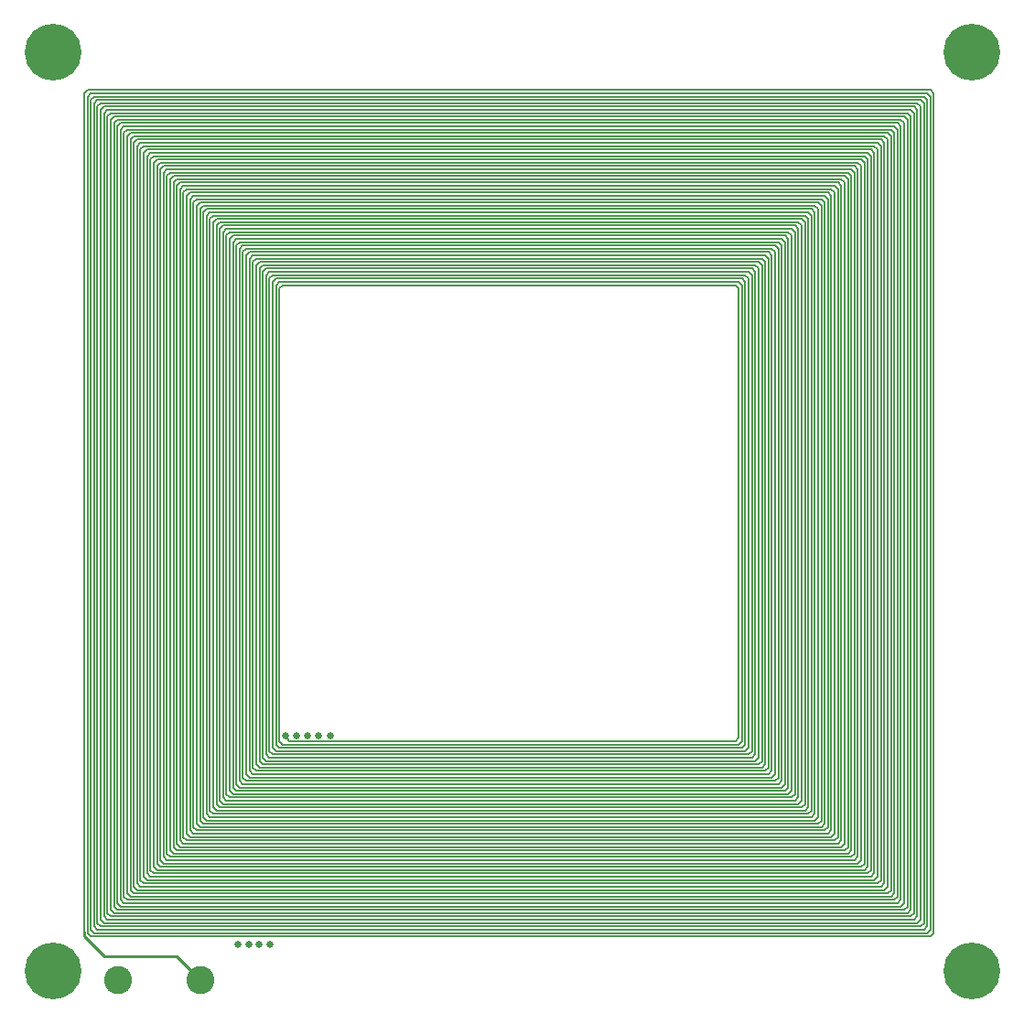
<source format=gtl>
%TF.GenerationSoftware,KiCad,Pcbnew,8.0.5*%
%TF.CreationDate,2024-11-12T20:49:10-08:00*%
%TF.ProjectId,Coil_Pannel_Z,436f696c-5f50-4616-9e6e-656c5f5a2e6b,1.0*%
%TF.SameCoordinates,Original*%
%TF.FileFunction,Copper,L1,Top*%
%TF.FilePolarity,Positive*%
%FSLAX46Y46*%
G04 Gerber Fmt 4.6, Leading zero omitted, Abs format (unit mm)*
G04 Created by KiCad (PCBNEW 8.0.5) date 2024-11-12 20:49:10*
%MOMM*%
%LPD*%
G01*
G04 APERTURE LIST*
%TA.AperFunction,ConnectorPad*%
%ADD10C,5.250000*%
%TD*%
%TA.AperFunction,ComponentPad*%
%ADD11C,4.600000*%
%TD*%
%TA.AperFunction,ComponentPad*%
%ADD12C,2.600000*%
%TD*%
%TA.AperFunction,ViaPad*%
%ADD13C,0.650000*%
%TD*%
%TA.AperFunction,Conductor*%
%ADD14C,0.156000*%
%TD*%
%TA.AperFunction,Conductor*%
%ADD15C,0.250000*%
%TD*%
G04 APERTURE END LIST*
D10*
X104641451Y-53941800D03*
D11*
X104641451Y-53941800D03*
D12*
X110694000Y-139774000D03*
X118314000Y-139774000D03*
D11*
X189637061Y-138948940D03*
D10*
X189637061Y-138948940D03*
D11*
X189636861Y-53948740D03*
D10*
X189636861Y-53948740D03*
D11*
X104637051Y-138948990D03*
D10*
X104637051Y-138948990D03*
D13*
X122820000Y-136474000D03*
X121804000Y-136474000D03*
X129220000Y-117174000D03*
X130304000Y-117174000D03*
X126211000Y-117202999D03*
X128204000Y-117174000D03*
X123738312Y-136474000D03*
X124754312Y-136474000D03*
X127188000Y-117174000D03*
D14*
X169327000Y-74546000D02*
X169327000Y-118579999D01*
X172998999Y-70874000D02*
X172998999Y-122251999D01*
X107545000Y-57716000D02*
X107851000Y-57410000D01*
X170245000Y-73016000D02*
X170551000Y-73322000D01*
X121621000Y-71180000D02*
X172081000Y-71180000D01*
X111217000Y-132655999D02*
X110911000Y-132349999D01*
X125292999Y-118579999D02*
X124986999Y-118273999D01*
X167797000Y-75464000D02*
X168103000Y-75770000D01*
X184933000Y-134797999D02*
X109075000Y-134797999D01*
X123457000Y-73628000D02*
X123763000Y-73322000D01*
X123763000Y-73322000D02*
X169939000Y-73322000D01*
X115807000Y-65978000D02*
X116113000Y-65672000D01*
X110604999Y-60164000D02*
X183097000Y-60164000D01*
X172080999Y-121334000D02*
X171775000Y-121640000D01*
X174223000Y-124088000D02*
X119784999Y-124088000D01*
X172693000Y-121945999D02*
X172387000Y-122251999D01*
X120091000Y-70262000D02*
X120091000Y-123169999D01*
X108463000Y-58634000D02*
X108463000Y-134797999D01*
X123763000Y-73934000D02*
X123763000Y-119498000D01*
X117337000Y-67508000D02*
X117337000Y-125923999D01*
X124374999Y-119498000D02*
X124068999Y-119192000D01*
X121926999Y-121946000D02*
X121621000Y-121639999D01*
D15*
X109403001Y-137574000D02*
X116114000Y-137574000D01*
D14*
X112441000Y-62000000D02*
X181261000Y-62000000D01*
X111829000Y-61388000D02*
X181873000Y-61388000D01*
X111829000Y-62000000D02*
X112135000Y-61694000D01*
X184015000Y-59858000D02*
X184015000Y-133268000D01*
X125905000Y-117967999D02*
X125599000Y-117661999D01*
X112135000Y-62306000D02*
X112135000Y-131126000D01*
X180955000Y-130207999D02*
X180649000Y-130513999D01*
X124069000Y-74240000D02*
X124375000Y-73934000D01*
X108157000Y-58328000D02*
X108462999Y-58022000D01*
X118867000Y-69038000D02*
X118867000Y-124393999D01*
X121315000Y-70874000D02*
X172387000Y-70874000D01*
X111829000Y-62000000D02*
X111829000Y-131431999D01*
X174835000Y-124087999D02*
X174529000Y-124393999D01*
X113971000Y-64142000D02*
X113971000Y-129289999D01*
X119173000Y-68732000D02*
X174529000Y-68732000D01*
X124681000Y-74852000D02*
X124681000Y-118579999D01*
X121314999Y-122557999D02*
X121008999Y-122251999D01*
X122539000Y-121333999D02*
X122233000Y-121027999D01*
X113359000Y-62918000D02*
X180343000Y-62918000D01*
X179731000Y-128983999D02*
X179425000Y-129289999D01*
X176977000Y-66896000D02*
X176977000Y-126229999D01*
X180649000Y-130513999D02*
X113359000Y-130513999D01*
X174529000Y-124393999D02*
X119479000Y-124393999D01*
X183403000Y-59858000D02*
X183709000Y-60164000D01*
X122233000Y-71792000D02*
X171469000Y-71792000D01*
X117948999Y-67508000D02*
X175753000Y-67508000D01*
X176671000Y-126535999D02*
X117337000Y-126535999D01*
X175447000Y-124699999D02*
X175141000Y-125006000D01*
X124068999Y-119804000D02*
X123763000Y-119497999D01*
X124987000Y-75158000D02*
X124987000Y-118274000D01*
X116419000Y-127453999D02*
X116113000Y-127147999D01*
X119784999Y-124088000D02*
X119479000Y-123781999D01*
X121926999Y-71486000D02*
X171775000Y-71486000D01*
X109075000Y-59246000D02*
X109075000Y-134186000D01*
X172387000Y-122251999D02*
X121621000Y-122251999D01*
X109686999Y-59246000D02*
X184015000Y-59246000D01*
X171775000Y-121027999D02*
X171469000Y-121333999D01*
X173917000Y-69956000D02*
X173917000Y-123169999D01*
X180343000Y-130208000D02*
X113664999Y-130208000D01*
X119479000Y-69038000D02*
X174223000Y-69038000D01*
X125905000Y-75464000D02*
X167797000Y-75464000D01*
X114889000Y-65060000D02*
X115195000Y-64754000D01*
X124681000Y-74852000D02*
X124986999Y-74545999D01*
X172080999Y-71792000D02*
X172080999Y-121334000D01*
X119479000Y-69650000D02*
X119479000Y-123781999D01*
X117031000Y-67202000D02*
X117337000Y-66896000D01*
X174529000Y-69344000D02*
X174529000Y-123781999D01*
X118866999Y-68426000D02*
X174835000Y-68426000D01*
X185851000Y-135715999D02*
X108157000Y-135715999D01*
X186157000Y-135409999D02*
X185851000Y-135715999D01*
X122233000Y-72404000D02*
X122233000Y-121027999D01*
X113359000Y-63530000D02*
X113359000Y-129902000D01*
X176059000Y-125923999D02*
X117948999Y-125923999D01*
X119173000Y-69344000D02*
X119479000Y-69038000D01*
X173611000Y-122863999D02*
X173305000Y-123169999D01*
X124375000Y-73934000D02*
X169327000Y-73934000D01*
X180037000Y-129902000D02*
X113970999Y-129902000D01*
X169021000Y-74240000D02*
X169327000Y-74546000D01*
X111523000Y-61694000D02*
X111829000Y-61388000D01*
X112441000Y-62612000D02*
X112746999Y-62306000D01*
X124068999Y-73628000D02*
X169633000Y-73628000D01*
X120397000Y-123476000D02*
X120091000Y-123169999D01*
X180649000Y-63224000D02*
X180649000Y-129901999D01*
X114583000Y-64142000D02*
X179119000Y-64142000D01*
X184321000Y-58940000D02*
X184627000Y-59246000D01*
X182791000Y-132043999D02*
X182485000Y-132350000D01*
X177283000Y-66590000D02*
X177283000Y-126536000D01*
X112747000Y-62918000D02*
X113053000Y-62612000D01*
X168715000Y-117967999D02*
X168409000Y-118274000D01*
X170551000Y-73322000D02*
X170551000Y-119804000D01*
X118255000Y-67814000D02*
X175447000Y-67814000D01*
X182791000Y-132655999D02*
X111217000Y-132655999D01*
X171469000Y-72404000D02*
X171469000Y-120721999D01*
X181567000Y-62306000D02*
X181567000Y-130819999D01*
X178200999Y-127454000D02*
X177895000Y-127760000D01*
X172693000Y-122557999D02*
X121314999Y-122557999D01*
X179425000Y-63836000D02*
X179731000Y-64142000D01*
X171469000Y-121333999D02*
X122539000Y-121333999D01*
X114889000Y-65060000D02*
X114889000Y-128372000D01*
X177589000Y-126841999D02*
X177283000Y-127148000D01*
X113053000Y-63224000D02*
X113053000Y-130208000D01*
X181873000Y-131125999D02*
X181567000Y-131431999D01*
X113971000Y-63530000D02*
X179731000Y-63530000D01*
X116113000Y-66284000D02*
X116113000Y-127148000D01*
X182791000Y-60470000D02*
X183097000Y-60776000D01*
X173611000Y-70262000D02*
X173611000Y-122863999D01*
X183402999Y-132656000D02*
X183097000Y-132962000D01*
X175447000Y-68426000D02*
X175447000Y-124699999D01*
X176365000Y-67508000D02*
X176365000Y-125617999D01*
X115501000Y-65672000D02*
X115806999Y-65366000D01*
X176671000Y-66590000D02*
X176977000Y-66896000D01*
X114889000Y-64448000D02*
X178813000Y-64448000D01*
X183709000Y-132961999D02*
X183403000Y-133268000D01*
X109686999Y-134186000D02*
X109381000Y-133880000D01*
X169633000Y-74240000D02*
X169633000Y-118885999D01*
X119479000Y-69650000D02*
X119784999Y-69344000D01*
X180649000Y-62612000D02*
X180955000Y-62918000D01*
X113664999Y-130208000D02*
X113359000Y-129901999D01*
X114277000Y-129595999D02*
X113971000Y-129289999D01*
X109993000Y-60164000D02*
X109993000Y-133268000D01*
X118255000Y-68426000D02*
X118561000Y-68120000D01*
X117643000Y-67202000D02*
X176059000Y-67202000D01*
X120090999Y-123781999D02*
X119784999Y-123475999D01*
X168103000Y-75770000D02*
X168103000Y-117355999D01*
X123457000Y-73628000D02*
X123457000Y-119804000D01*
X122845000Y-73016000D02*
X122845000Y-120416000D01*
X177283000Y-126536000D02*
X176977000Y-126842000D01*
X184321000Y-133573999D02*
X184015000Y-133880000D01*
X185545000Y-57716000D02*
X185851000Y-58022000D01*
X177895000Y-65366000D02*
X178200999Y-65672000D01*
X124681000Y-74240000D02*
X169021000Y-74240000D01*
X116113000Y-66284000D02*
X116419000Y-65978000D01*
X175447000Y-67814000D02*
X175753000Y-68120000D01*
X178507000Y-65366000D02*
X178507000Y-127759999D01*
X123151000Y-73322000D02*
X123457000Y-73016000D01*
X181260999Y-62612000D02*
X181260999Y-130513999D01*
D15*
X116114000Y-137574000D02*
X118314000Y-139774000D01*
D14*
X118866999Y-125006000D02*
X118561000Y-124699999D01*
X185239000Y-135104000D02*
X108768999Y-135104000D01*
X110911000Y-61082000D02*
X111217000Y-60776000D01*
X108157000Y-58328000D02*
X108157000Y-135104000D01*
X178507000Y-127759999D02*
X178201000Y-128066000D01*
X171163000Y-72098000D02*
X171469000Y-72404000D01*
X117643000Y-67814000D02*
X117948999Y-67508000D01*
X110911000Y-61082000D02*
X110911000Y-132350000D01*
X117949000Y-68120000D02*
X118255000Y-67814000D01*
X122232999Y-121640000D02*
X121926999Y-121334000D01*
X169938999Y-73934000D02*
X169938999Y-119192000D01*
X180037000Y-63836000D02*
X180037000Y-129289999D01*
X121621000Y-71792000D02*
X121621000Y-121640000D01*
X182485000Y-61388000D02*
X182485000Y-131738000D01*
X174529000Y-68732000D02*
X174835000Y-69038000D01*
X115806999Y-128066000D02*
X115501000Y-127759999D01*
X171775000Y-121640000D02*
X122232999Y-121640000D01*
X112747000Y-62918000D02*
X112747000Y-130513999D01*
X180649000Y-129901999D02*
X180343000Y-130208000D01*
X178813000Y-64448000D02*
X179119000Y-64754000D01*
X184015000Y-133880000D02*
X109992999Y-133880000D01*
X111828999Y-132044000D02*
X111522999Y-131738000D01*
X171163000Y-121027999D02*
X122845000Y-121027999D01*
X172693000Y-70568000D02*
X172998999Y-70874000D01*
X111217000Y-60776000D02*
X182485000Y-60776000D01*
X171469000Y-71792000D02*
X171775000Y-72098000D01*
X180037000Y-129289999D02*
X179731000Y-129595999D01*
X111523000Y-61694000D02*
X111523000Y-131738000D01*
X185545000Y-135410000D02*
X108462999Y-135410000D01*
X120397000Y-70568000D02*
X120703000Y-70262000D01*
X174222999Y-69650000D02*
X174222999Y-123475999D01*
X123457000Y-73016000D02*
X170245000Y-73016000D01*
X184321000Y-59552000D02*
X184321000Y-133573999D01*
X122233000Y-72404000D02*
X122539000Y-72098000D01*
X119785000Y-69956000D02*
X120091000Y-69650000D01*
X181567000Y-61694000D02*
X181873000Y-62000000D01*
X179425000Y-129289999D02*
X114583000Y-129289999D01*
X108769000Y-58940000D02*
X108769000Y-134491999D01*
X172387000Y-71486000D02*
X172387000Y-121639999D01*
X115195000Y-128678000D02*
X114889000Y-128371999D01*
X172999000Y-70262000D02*
X173305000Y-70568000D01*
X184627000Y-133880000D02*
X184321000Y-134186000D01*
X174223000Y-69038000D02*
X174529000Y-69344000D01*
X110605000Y-60776000D02*
X110911000Y-60470000D01*
X179731000Y-129595999D02*
X114277000Y-129595999D01*
X117643000Y-126229999D02*
X117337000Y-125923999D01*
X182791000Y-61082000D02*
X182791000Y-132043999D01*
X122539000Y-72098000D02*
X171163000Y-72098000D01*
X111217000Y-61388000D02*
X111522999Y-61082000D01*
X175141000Y-125006000D02*
X118866999Y-125006000D01*
X169633000Y-118885999D02*
X169327000Y-119191999D01*
X177895000Y-127147999D02*
X177589000Y-127453999D01*
X179119000Y-128371999D02*
X178813000Y-128678000D01*
X169327000Y-73934000D02*
X169633000Y-74240000D01*
X115806999Y-65366000D02*
X177895000Y-65366000D01*
X126517000Y-117661999D02*
X126211000Y-117202999D01*
X119479000Y-124393999D02*
X119173000Y-124087999D01*
X115195000Y-64754000D02*
X178507000Y-64754000D01*
X120091000Y-69650000D02*
X173611000Y-69650000D01*
X172387000Y-70874000D02*
X172693000Y-71180000D01*
X176365000Y-66896000D02*
X176671000Y-67202000D01*
X122539000Y-72710000D02*
X122845000Y-72404000D01*
X114583000Y-129289999D02*
X114277000Y-128983999D01*
X184627000Y-134491999D02*
X109381000Y-134491999D01*
X175753000Y-125006000D02*
X175447000Y-125312000D01*
X109075000Y-134797999D02*
X108769000Y-134491999D01*
X182179000Y-61694000D02*
X182179000Y-131431999D01*
X171163000Y-72710000D02*
X171163000Y-120415999D01*
X169327000Y-119191999D02*
X124681000Y-119191999D01*
X168409000Y-117661999D02*
X168103000Y-117967999D01*
X123763000Y-73934000D02*
X124068999Y-73628000D01*
X116725000Y-66896000D02*
X116725000Y-126535999D01*
X180037000Y-63224000D02*
X180342999Y-63530000D01*
X118867000Y-69038000D02*
X119173000Y-68732000D01*
X169939000Y-73322000D02*
X170245000Y-73628000D01*
X183709000Y-60164000D02*
X183709000Y-132961999D01*
X177589000Y-127453999D02*
X116419000Y-127453999D01*
X183097000Y-60164000D02*
X183402999Y-60470000D01*
X108462999Y-135410000D02*
X108157000Y-135103999D01*
X117337000Y-126535999D02*
X117031000Y-126229999D01*
X125599000Y-75158000D02*
X168103000Y-75158000D01*
X117949000Y-68120000D02*
X117949000Y-125312000D01*
X119173000Y-69344000D02*
X119173000Y-124088000D01*
X170245000Y-73628000D02*
X170245000Y-119497999D01*
X108157000Y-57716000D02*
X185545000Y-57716000D01*
X169327000Y-118579999D02*
X169021000Y-118886000D01*
X175753000Y-67508000D02*
X176058999Y-67814000D01*
X120397000Y-70568000D02*
X120397000Y-122864000D01*
X124987000Y-75158000D02*
X125293000Y-74852000D01*
X117031000Y-67202000D02*
X117031000Y-126229999D01*
X184321000Y-134186000D02*
X109686999Y-134186000D01*
X168715000Y-74545999D02*
X169020999Y-74852000D01*
X109381000Y-59552000D02*
X109381000Y-133880000D01*
X110910999Y-132962000D02*
X110604999Y-132656000D01*
X183097000Y-132962000D02*
X110910999Y-132962000D01*
X118561000Y-68732000D02*
X118866999Y-68426000D01*
X173611000Y-69650000D02*
X173917000Y-69956000D01*
X173917000Y-123781999D02*
X120090999Y-123781999D01*
X120703000Y-70874000D02*
X121008999Y-70568000D01*
X115501000Y-65672000D02*
X115501000Y-127760000D01*
X112135000Y-62306000D02*
X112441000Y-62000000D01*
X172081000Y-121946000D02*
X121926999Y-121946000D01*
X124375000Y-74546000D02*
X124375000Y-118886000D01*
X123150999Y-120721999D02*
X122845000Y-120415999D01*
X168715000Y-118579999D02*
X125292999Y-118579999D01*
X116419000Y-66590000D02*
X116419000Y-126842000D01*
X109993000Y-59552000D02*
X183709000Y-59552000D01*
X109381000Y-59552000D02*
X109686999Y-59246000D01*
X125599000Y-118274000D02*
X125293000Y-117967999D01*
X119785000Y-69956000D02*
X119785000Y-123476000D01*
X124986999Y-74545999D02*
X168715000Y-74545999D01*
X171775000Y-71486000D02*
X172080999Y-71792000D01*
X177283000Y-65978000D02*
X177589000Y-66284000D01*
X120703000Y-123169999D02*
X120397000Y-122863999D01*
X170857000Y-120721999D02*
X123150999Y-120721999D01*
X176977000Y-126842000D02*
X117030999Y-126842000D01*
X115501000Y-65060000D02*
X178201000Y-65060000D01*
X125293000Y-75464000D02*
X125293000Y-117967999D01*
X121009000Y-71180000D02*
X121009000Y-122251999D01*
X125599000Y-75770000D02*
X125905000Y-75464000D01*
X170551000Y-120416000D02*
X123457000Y-120416000D01*
X110605000Y-60776000D02*
X110605000Y-132655999D01*
X184933000Y-58940000D02*
X184933000Y-134185999D01*
D15*
X107545000Y-135715999D02*
X109403001Y-137574000D01*
D14*
X171469000Y-120721999D02*
X171163000Y-121027999D01*
X175141000Y-68120000D02*
X175447000Y-68426000D01*
X113359000Y-63530000D02*
X113664999Y-63224000D01*
X168409000Y-118274000D02*
X125599000Y-118274000D01*
X116724999Y-66284000D02*
X176977000Y-66284000D01*
X181873000Y-62000000D02*
X181873000Y-131125999D01*
X125293000Y-75464000D02*
X125599000Y-75158000D01*
X180955000Y-62918000D02*
X180955000Y-130207999D01*
X109687000Y-59858000D02*
X109993000Y-59552000D01*
X113970999Y-129902000D02*
X113664999Y-129596000D01*
X119784999Y-69344000D02*
X173917000Y-69344000D01*
X121315000Y-71486000D02*
X121315000Y-121946000D01*
X181261000Y-62000000D02*
X181567000Y-62306000D01*
X113053000Y-63224000D02*
X113359000Y-62918000D01*
X185851000Y-135103999D02*
X185545000Y-135410000D01*
X125599000Y-75770000D02*
X125599000Y-117661999D01*
X173305000Y-122557999D02*
X172999000Y-122864000D01*
X182485000Y-131738000D02*
X182179000Y-132044000D01*
X174222999Y-123475999D02*
X173917000Y-123781999D01*
X109687000Y-59858000D02*
X109687000Y-133574000D01*
X113665000Y-63836000D02*
X113665000Y-129595999D01*
X115501000Y-128372000D02*
X115195000Y-128066000D01*
X169939000Y-119804000D02*
X124068999Y-119804000D01*
X112441000Y-131431999D02*
X112135000Y-131125999D01*
X184933000Y-134185999D02*
X184627000Y-134491999D01*
X120397000Y-69956000D02*
X173305000Y-69956000D01*
X113971000Y-64142000D02*
X114277000Y-63836000D01*
X168409000Y-75464000D02*
X168409000Y-117661999D01*
X176365000Y-126229999D02*
X117643000Y-126229999D01*
X118561000Y-68732000D02*
X118561000Y-124700000D01*
X123457000Y-120416000D02*
X123151000Y-120109999D01*
X125293000Y-74852000D02*
X168409000Y-74852000D01*
X116112999Y-127760000D02*
X115806999Y-127454000D01*
X124681000Y-119191999D02*
X124375000Y-118885999D01*
X170857000Y-120109999D02*
X170551000Y-120416000D01*
X113359000Y-130513999D02*
X113053000Y-130207999D01*
X121008999Y-70568000D02*
X172693000Y-70568000D01*
X182485000Y-60776000D02*
X182791000Y-61082000D01*
X124986999Y-118886000D02*
X124681000Y-118579999D01*
X110299000Y-60470000D02*
X110604999Y-60164000D01*
X183097000Y-132349999D02*
X182791000Y-132655999D01*
X178507000Y-64754000D02*
X178813000Y-65060000D01*
X176977000Y-66284000D02*
X177283000Y-66590000D01*
X109075000Y-58634000D02*
X184627000Y-58634000D01*
X120703000Y-70874000D02*
X120703000Y-122557999D01*
X118561000Y-125312000D02*
X118255000Y-125006000D01*
X175140999Y-68732000D02*
X175140999Y-124394000D01*
X118255000Y-68426000D02*
X118255000Y-125006000D01*
X173305000Y-123169999D02*
X120703000Y-123169999D01*
X122539000Y-72710000D02*
X122539000Y-120721999D01*
X110299000Y-133574000D02*
X109993000Y-133268000D01*
X114277000Y-64448000D02*
X114277000Y-128983999D01*
X184933000Y-58328000D02*
X185239000Y-58634000D01*
X116113000Y-65672000D02*
X177589000Y-65672000D01*
X112135000Y-61694000D02*
X181567000Y-61694000D01*
X111217000Y-61388000D02*
X111217000Y-132044000D01*
X185851000Y-58022000D02*
X185851000Y-135103999D01*
X110299000Y-60470000D02*
X110299000Y-132962000D01*
X178507000Y-128372000D02*
X115501000Y-128372000D01*
X174835000Y-68426000D02*
X175140999Y-68732000D01*
X120091000Y-70262000D02*
X120397000Y-69956000D01*
X176365000Y-125617999D02*
X176059000Y-125923999D01*
X182179000Y-131431999D02*
X181873000Y-131738000D01*
X175447000Y-125312000D02*
X118561000Y-125312000D01*
X167797000Y-117661999D02*
X126517000Y-117661999D01*
X112746999Y-131126000D02*
X112441000Y-130819999D01*
X168715000Y-75158000D02*
X168715000Y-117967999D01*
X182179000Y-132044000D02*
X111828999Y-132044000D01*
X121315000Y-71486000D02*
X121621000Y-71180000D01*
X179424999Y-64448000D02*
X179424999Y-128677999D01*
X172999000Y-122864000D02*
X121008999Y-122864000D01*
X177283000Y-127148000D02*
X116724999Y-127148000D01*
X113664999Y-63224000D02*
X180037000Y-63224000D01*
X108769000Y-58940000D02*
X109075000Y-58634000D01*
X180343000Y-62918000D02*
X180649000Y-63224000D01*
X184627000Y-59246000D02*
X184627000Y-133880000D01*
X184627000Y-58634000D02*
X184933000Y-58940000D01*
X178813000Y-128678000D02*
X115195000Y-128678000D01*
X123763000Y-120110000D02*
X123457000Y-119804000D01*
X177589000Y-66284000D02*
X177589000Y-126841999D01*
X182485000Y-132350000D02*
X111522999Y-132350000D01*
X114583000Y-64754000D02*
X114889000Y-64448000D01*
X174835000Y-69038000D02*
X174835000Y-124087999D01*
X170857000Y-72404000D02*
X171163000Y-72710000D01*
X107851000Y-58022000D02*
X107851000Y-135410000D01*
X171163000Y-120415999D02*
X170857000Y-120721999D01*
X107851000Y-58022000D02*
X108157000Y-57716000D01*
X168103000Y-117355999D02*
X167797000Y-117661999D01*
X175753000Y-68120000D02*
X175753000Y-125006000D01*
X185239000Y-58022000D02*
X185544999Y-58328000D01*
X110299000Y-59858000D02*
X183403000Y-59858000D01*
X117337000Y-67508000D02*
X117643000Y-67202000D01*
X176671000Y-67202000D02*
X176671000Y-125923999D01*
X120703000Y-70262000D02*
X172999000Y-70262000D01*
X113052999Y-130819999D02*
X112746999Y-130513999D01*
X181260999Y-130513999D02*
X180955000Y-130819999D01*
X121008999Y-122864000D02*
X120703000Y-122557999D01*
X173917000Y-69344000D02*
X174222999Y-69650000D01*
D15*
X107545000Y-135715999D02*
X107545000Y-135274000D01*
D14*
X183402999Y-60470000D02*
X183402999Y-132656000D01*
X108462999Y-58022000D02*
X185239000Y-58022000D01*
X123151000Y-73322000D02*
X123151000Y-120110000D01*
X176671000Y-125923999D02*
X176365000Y-126229999D01*
X117030999Y-126842000D02*
X116724999Y-126536000D01*
X177895000Y-127760000D02*
X116112999Y-127760000D01*
X109381000Y-134491999D02*
X109075000Y-134185999D01*
X111522999Y-61082000D02*
X182179000Y-61082000D01*
X108157000Y-135715999D02*
X107851000Y-135409999D01*
X116725000Y-66896000D02*
X117031000Y-66590000D01*
X184015000Y-59246000D02*
X184321000Y-59552000D01*
X172693000Y-71180000D02*
X172693000Y-121945999D01*
X171775000Y-72098000D02*
X171775000Y-121027999D01*
X115807000Y-65978000D02*
X115807000Y-127453999D01*
X174835000Y-124700000D02*
X119172999Y-124700000D01*
X175753000Y-125618000D02*
X118254999Y-125618000D01*
X115195000Y-65366000D02*
X115501000Y-65060000D01*
X172081000Y-71180000D02*
X172387000Y-71486000D01*
X114277000Y-64448000D02*
X114583000Y-64142000D01*
X179119000Y-128983999D02*
X114888999Y-128983999D01*
X185544999Y-58328000D02*
X185544999Y-134798000D01*
X117643000Y-67814000D02*
X117643000Y-125618000D01*
X181567000Y-131431999D02*
X112441000Y-131431999D01*
X170551000Y-72710000D02*
X170857000Y-73016000D01*
X124375000Y-74546000D02*
X124681000Y-74240000D01*
X124069000Y-74240000D02*
X124069000Y-119191999D01*
X112441000Y-62612000D02*
X112441000Y-130819999D01*
X121621000Y-122251999D02*
X121315000Y-121945999D01*
X185239000Y-58634000D02*
X185239000Y-134491999D01*
X178813000Y-128066000D02*
X178507000Y-128372000D01*
X173305000Y-69956000D02*
X173611000Y-70262000D01*
X119172999Y-124700000D02*
X118866999Y-124394000D01*
X172998999Y-122251999D02*
X172693000Y-122557999D01*
X117948999Y-125923999D02*
X117643000Y-125617999D01*
X109381000Y-58940000D02*
X184321000Y-58940000D01*
X183709000Y-133574000D02*
X110299000Y-133574000D01*
X178200999Y-65672000D02*
X178200999Y-127454000D01*
X170857000Y-73016000D02*
X170857000Y-120109999D01*
X114277000Y-63836000D02*
X179425000Y-63836000D01*
X109075000Y-59246000D02*
X109381000Y-58940000D01*
X116419000Y-66590000D02*
X116724999Y-66284000D01*
X122845000Y-73016000D02*
X123151000Y-72710000D01*
X173305000Y-70568000D02*
X173305000Y-122557999D01*
X183709000Y-59552000D02*
X184015000Y-59858000D01*
X178201000Y-128066000D02*
X115806999Y-128066000D01*
X179731000Y-64142000D02*
X179731000Y-128983999D01*
X123151000Y-72710000D02*
X170551000Y-72710000D01*
X109992999Y-133880000D02*
X109686999Y-133573999D01*
X108463000Y-58634000D02*
X108769000Y-58328000D01*
X113053000Y-62612000D02*
X180649000Y-62612000D01*
X173917000Y-123169999D02*
X173611000Y-123476000D01*
X181261000Y-131126000D02*
X112746999Y-131126000D01*
X118254999Y-125618000D02*
X117948999Y-125311999D01*
X174529000Y-123781999D02*
X174223000Y-124088000D01*
X177895000Y-65978000D02*
X177895000Y-127147999D01*
X180955000Y-130819999D02*
X113052999Y-130819999D01*
X176058999Y-67814000D02*
X176058999Y-125311999D01*
X182179000Y-61082000D02*
X182485000Y-61388000D01*
X109993000Y-60164000D02*
X110299000Y-59858000D01*
X180955000Y-62306000D02*
X181260999Y-62612000D01*
X118561000Y-68120000D02*
X175141000Y-68120000D01*
X172387000Y-121639999D02*
X172081000Y-121946000D01*
X111522999Y-132350000D02*
X111217000Y-132043999D01*
X176058999Y-125311999D02*
X175753000Y-125618000D01*
X112746999Y-62306000D02*
X180955000Y-62306000D01*
X186157000Y-57716000D02*
X186157000Y-135409999D01*
X175140999Y-124394000D02*
X174835000Y-124700000D01*
X181567000Y-130819999D02*
X181261000Y-131126000D01*
X179731000Y-63530000D02*
X180037000Y-63836000D01*
X114583000Y-64754000D02*
X114583000Y-128678000D01*
X178813000Y-65060000D02*
X178813000Y-128066000D01*
X115195000Y-65366000D02*
X115195000Y-128066000D01*
X177589000Y-65672000D02*
X177895000Y-65978000D01*
X121927000Y-72098000D02*
X121927000Y-121333999D01*
X185851000Y-57410000D02*
X186157000Y-57716000D01*
X110911000Y-60470000D02*
X182791000Y-60470000D01*
X178201000Y-65060000D02*
X178507000Y-65366000D01*
X122845000Y-121027999D02*
X122539000Y-120721999D01*
X173611000Y-123476000D02*
X120397000Y-123476000D01*
X113665000Y-63836000D02*
X113971000Y-63530000D01*
X169021000Y-118886000D02*
X124986999Y-118886000D01*
X169633000Y-119498000D02*
X124374999Y-119498000D01*
X107545000Y-57716000D02*
X107545000Y-135274000D01*
X185544999Y-134798000D02*
X185239000Y-135104000D01*
X183403000Y-133268000D02*
X110604999Y-133268000D01*
X107851000Y-57410000D02*
X185851000Y-57410000D01*
X179119000Y-64142000D02*
X179424999Y-64448000D01*
X179119000Y-64754000D02*
X179119000Y-128371999D01*
X176977000Y-126229999D02*
X176671000Y-126535999D01*
X180342999Y-129596000D02*
X180037000Y-129902000D01*
X176059000Y-67202000D02*
X176365000Y-67508000D01*
X170551000Y-119804000D02*
X170245000Y-120110000D01*
X169633000Y-73628000D02*
X169938999Y-73934000D01*
X169020999Y-74852000D02*
X169020999Y-118273999D01*
X168103000Y-117967999D02*
X125905000Y-117967999D01*
X116724999Y-127148000D02*
X116419000Y-126841999D01*
X112135000Y-131738000D02*
X111829000Y-131431999D01*
X179424999Y-128677999D02*
X179119000Y-128983999D01*
X180342999Y-63530000D02*
X180342999Y-129596000D01*
X110604999Y-133268000D02*
X110299000Y-132961999D01*
X170245000Y-119497999D02*
X169939000Y-119804000D01*
X181873000Y-61388000D02*
X182179000Y-61694000D01*
X121621000Y-71792000D02*
X121926999Y-71486000D01*
X184015000Y-133268000D02*
X183709000Y-133574000D01*
X183097000Y-60776000D02*
X183097000Y-132349999D01*
X168103000Y-75158000D02*
X168409000Y-75464000D01*
X121009000Y-71180000D02*
X121315000Y-70874000D01*
X117031000Y-66590000D02*
X176671000Y-66590000D01*
X108769000Y-58328000D02*
X184933000Y-58328000D01*
X121927000Y-72098000D02*
X122233000Y-71792000D01*
X117337000Y-66896000D02*
X176365000Y-66896000D01*
X122845000Y-72404000D02*
X170857000Y-72404000D01*
X169938999Y-119192000D02*
X169633000Y-119498000D01*
X108768999Y-135104000D02*
X108462999Y-134798000D01*
X168409000Y-74852000D02*
X168715000Y-75158000D01*
X185239000Y-134491999D02*
X184933000Y-134797999D01*
X169020999Y-118273999D02*
X168715000Y-118579999D01*
X114888999Y-128983999D02*
X114583000Y-128677999D01*
X170245000Y-120110000D02*
X123763000Y-120110000D01*
X116419000Y-65978000D02*
X177283000Y-65978000D01*
X181873000Y-131738000D02*
X112135000Y-131738000D01*
M02*

</source>
